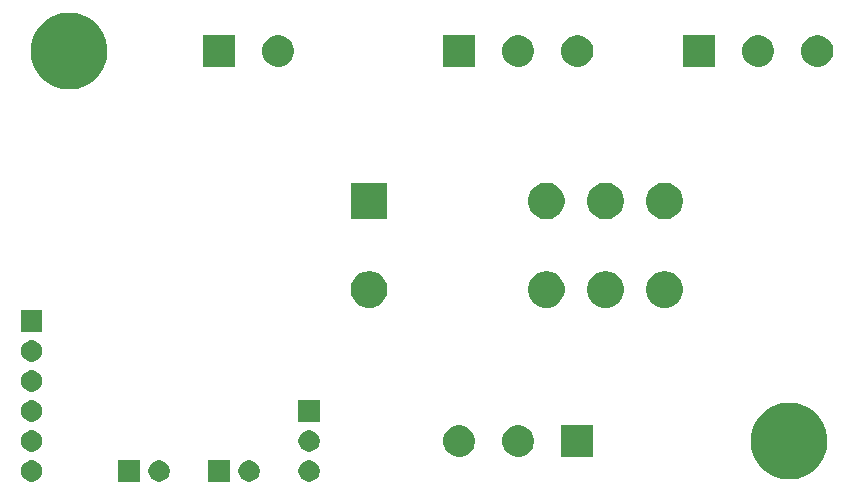
<source format=gbr>
G04 #@! TF.GenerationSoftware,KiCad,Pcbnew,(5.1.5)-3*
G04 #@! TF.CreationDate,2020-09-19T18:20:04+02:00*
G04 #@! TF.ProjectId,PedalCtrl,50656461-6c43-4747-926c-2e6b69636164,v0.0*
G04 #@! TF.SameCoordinates,Original*
G04 #@! TF.FileFunction,Soldermask,Bot*
G04 #@! TF.FilePolarity,Negative*
%FSLAX46Y46*%
G04 Gerber Fmt 4.6, Leading zero omitted, Abs format (unit mm)*
G04 Created by KiCad (PCBNEW (5.1.5)-3) date 2020-09-19 18:20:04*
%MOMM*%
%LPD*%
G04 APERTURE LIST*
%ADD10C,0.100000*%
G04 APERTURE END LIST*
D10*
G36*
X181241000Y-61861000D02*
G01*
X179439000Y-61861000D01*
X179439000Y-60059000D01*
X181241000Y-60059000D01*
X181241000Y-61861000D01*
G37*
G36*
X175373512Y-60063927D02*
G01*
X175522812Y-60093624D01*
X175686784Y-60161544D01*
X175834354Y-60260147D01*
X175959853Y-60385646D01*
X176058456Y-60533216D01*
X176126376Y-60697188D01*
X176161000Y-60871259D01*
X176161000Y-61048741D01*
X176126376Y-61222812D01*
X176058456Y-61386784D01*
X175959853Y-61534354D01*
X175834354Y-61659853D01*
X175686784Y-61758456D01*
X175522812Y-61826376D01*
X175373512Y-61856073D01*
X175348742Y-61861000D01*
X175171258Y-61861000D01*
X175146488Y-61856073D01*
X174997188Y-61826376D01*
X174833216Y-61758456D01*
X174685646Y-61659853D01*
X174560147Y-61534354D01*
X174461544Y-61386784D01*
X174393624Y-61222812D01*
X174359000Y-61048741D01*
X174359000Y-60871259D01*
X174393624Y-60697188D01*
X174461544Y-60533216D01*
X174560147Y-60385646D01*
X174685646Y-60260147D01*
X174833216Y-60161544D01*
X174997188Y-60093624D01*
X175146488Y-60063927D01*
X175171258Y-60059000D01*
X175348742Y-60059000D01*
X175373512Y-60063927D01*
G37*
G36*
X173621000Y-61861000D02*
G01*
X171819000Y-61861000D01*
X171819000Y-60059000D01*
X173621000Y-60059000D01*
X173621000Y-61861000D01*
G37*
G36*
X164578512Y-60063927D02*
G01*
X164727812Y-60093624D01*
X164891784Y-60161544D01*
X165039354Y-60260147D01*
X165164853Y-60385646D01*
X165263456Y-60533216D01*
X165331376Y-60697188D01*
X165366000Y-60871259D01*
X165366000Y-61048741D01*
X165331376Y-61222812D01*
X165263456Y-61386784D01*
X165164853Y-61534354D01*
X165039354Y-61659853D01*
X164891784Y-61758456D01*
X164727812Y-61826376D01*
X164578512Y-61856073D01*
X164553742Y-61861000D01*
X164376258Y-61861000D01*
X164351488Y-61856073D01*
X164202188Y-61826376D01*
X164038216Y-61758456D01*
X163890646Y-61659853D01*
X163765147Y-61534354D01*
X163666544Y-61386784D01*
X163598624Y-61222812D01*
X163564000Y-61048741D01*
X163564000Y-60871259D01*
X163598624Y-60697188D01*
X163666544Y-60533216D01*
X163765147Y-60385646D01*
X163890646Y-60260147D01*
X164038216Y-60161544D01*
X164202188Y-60093624D01*
X164351488Y-60063927D01*
X164376258Y-60059000D01*
X164553742Y-60059000D01*
X164578512Y-60063927D01*
G37*
G36*
X188073512Y-60063927D02*
G01*
X188222812Y-60093624D01*
X188386784Y-60161544D01*
X188534354Y-60260147D01*
X188659853Y-60385646D01*
X188758456Y-60533216D01*
X188826376Y-60697188D01*
X188861000Y-60871259D01*
X188861000Y-61048741D01*
X188826376Y-61222812D01*
X188758456Y-61386784D01*
X188659853Y-61534354D01*
X188534354Y-61659853D01*
X188386784Y-61758456D01*
X188222812Y-61826376D01*
X188073512Y-61856073D01*
X188048742Y-61861000D01*
X187871258Y-61861000D01*
X187846488Y-61856073D01*
X187697188Y-61826376D01*
X187533216Y-61758456D01*
X187385646Y-61659853D01*
X187260147Y-61534354D01*
X187161544Y-61386784D01*
X187093624Y-61222812D01*
X187059000Y-61048741D01*
X187059000Y-60871259D01*
X187093624Y-60697188D01*
X187161544Y-60533216D01*
X187260147Y-60385646D01*
X187385646Y-60260147D01*
X187533216Y-60161544D01*
X187697188Y-60093624D01*
X187846488Y-60063927D01*
X187871258Y-60059000D01*
X188048742Y-60059000D01*
X188073512Y-60063927D01*
G37*
G36*
X182993512Y-60063927D02*
G01*
X183142812Y-60093624D01*
X183306784Y-60161544D01*
X183454354Y-60260147D01*
X183579853Y-60385646D01*
X183678456Y-60533216D01*
X183746376Y-60697188D01*
X183781000Y-60871259D01*
X183781000Y-61048741D01*
X183746376Y-61222812D01*
X183678456Y-61386784D01*
X183579853Y-61534354D01*
X183454354Y-61659853D01*
X183306784Y-61758456D01*
X183142812Y-61826376D01*
X182993512Y-61856073D01*
X182968742Y-61861000D01*
X182791258Y-61861000D01*
X182766488Y-61856073D01*
X182617188Y-61826376D01*
X182453216Y-61758456D01*
X182305646Y-61659853D01*
X182180147Y-61534354D01*
X182081544Y-61386784D01*
X182013624Y-61222812D01*
X181979000Y-61048741D01*
X181979000Y-60871259D01*
X182013624Y-60697188D01*
X182081544Y-60533216D01*
X182180147Y-60385646D01*
X182305646Y-60260147D01*
X182453216Y-60161544D01*
X182617188Y-60093624D01*
X182766488Y-60063927D01*
X182791258Y-60059000D01*
X182968742Y-60059000D01*
X182993512Y-60063927D01*
G37*
G36*
X229234239Y-55231467D02*
G01*
X229548282Y-55293934D01*
X230139926Y-55539001D01*
X230672392Y-55894784D01*
X231125216Y-56347608D01*
X231480999Y-56880074D01*
X231726066Y-57471718D01*
X231726066Y-57471719D01*
X231851000Y-58099803D01*
X231851000Y-58740197D01*
X231800445Y-58994353D01*
X231726066Y-59368282D01*
X231480999Y-59959926D01*
X231125216Y-60492392D01*
X230672392Y-60945216D01*
X230139926Y-61300999D01*
X229548282Y-61546066D01*
X229234239Y-61608533D01*
X228920197Y-61671000D01*
X228279803Y-61671000D01*
X227965761Y-61608533D01*
X227651718Y-61546066D01*
X227060074Y-61300999D01*
X226527608Y-60945216D01*
X226074784Y-60492392D01*
X225719001Y-59959926D01*
X225473934Y-59368282D01*
X225399555Y-58994353D01*
X225349000Y-58740197D01*
X225349000Y-58099803D01*
X225473934Y-57471719D01*
X225473934Y-57471718D01*
X225719001Y-56880074D01*
X226074784Y-56347608D01*
X226527608Y-55894784D01*
X227060074Y-55539001D01*
X227651718Y-55293934D01*
X227965761Y-55231467D01*
X228279803Y-55169000D01*
X228920197Y-55169000D01*
X229234239Y-55231467D01*
G37*
G36*
X201054072Y-57120918D02*
G01*
X201299939Y-57222759D01*
X201411328Y-57297187D01*
X201521211Y-57370609D01*
X201709391Y-57558789D01*
X201857242Y-57780063D01*
X201959082Y-58025928D01*
X202011000Y-58286937D01*
X202011000Y-58553063D01*
X201959082Y-58814072D01*
X201884408Y-58994353D01*
X201857241Y-59059939D01*
X201709390Y-59281212D01*
X201521212Y-59469390D01*
X201299939Y-59617241D01*
X201299938Y-59617242D01*
X201299937Y-59617242D01*
X201054072Y-59719082D01*
X200793063Y-59771000D01*
X200526937Y-59771000D01*
X200265928Y-59719082D01*
X200020063Y-59617242D01*
X200020062Y-59617242D01*
X200020061Y-59617241D01*
X199798788Y-59469390D01*
X199610610Y-59281212D01*
X199462759Y-59059939D01*
X199435593Y-58994353D01*
X199360918Y-58814072D01*
X199309000Y-58553063D01*
X199309000Y-58286937D01*
X199360918Y-58025928D01*
X199462758Y-57780063D01*
X199610609Y-57558789D01*
X199798789Y-57370609D01*
X199908672Y-57297187D01*
X200020061Y-57222759D01*
X200265928Y-57120918D01*
X200526937Y-57069000D01*
X200793063Y-57069000D01*
X201054072Y-57120918D01*
G37*
G36*
X206054072Y-57120918D02*
G01*
X206299939Y-57222759D01*
X206411328Y-57297187D01*
X206521211Y-57370609D01*
X206709391Y-57558789D01*
X206857242Y-57780063D01*
X206959082Y-58025928D01*
X207011000Y-58286937D01*
X207011000Y-58553063D01*
X206959082Y-58814072D01*
X206884408Y-58994353D01*
X206857241Y-59059939D01*
X206709390Y-59281212D01*
X206521212Y-59469390D01*
X206299939Y-59617241D01*
X206299938Y-59617242D01*
X206299937Y-59617242D01*
X206054072Y-59719082D01*
X205793063Y-59771000D01*
X205526937Y-59771000D01*
X205265928Y-59719082D01*
X205020063Y-59617242D01*
X205020062Y-59617242D01*
X205020061Y-59617241D01*
X204798788Y-59469390D01*
X204610610Y-59281212D01*
X204462759Y-59059939D01*
X204435593Y-58994353D01*
X204360918Y-58814072D01*
X204309000Y-58553063D01*
X204309000Y-58286937D01*
X204360918Y-58025928D01*
X204462758Y-57780063D01*
X204610609Y-57558789D01*
X204798789Y-57370609D01*
X204908672Y-57297187D01*
X205020061Y-57222759D01*
X205265928Y-57120918D01*
X205526937Y-57069000D01*
X205793063Y-57069000D01*
X206054072Y-57120918D01*
G37*
G36*
X212011000Y-59771000D02*
G01*
X209309000Y-59771000D01*
X209309000Y-57069000D01*
X212011000Y-57069000D01*
X212011000Y-59771000D01*
G37*
G36*
X164578512Y-57523927D02*
G01*
X164727812Y-57553624D01*
X164891784Y-57621544D01*
X165039354Y-57720147D01*
X165164853Y-57845646D01*
X165263456Y-57993216D01*
X165331376Y-58157188D01*
X165366000Y-58331259D01*
X165366000Y-58508741D01*
X165331376Y-58682812D01*
X165263456Y-58846784D01*
X165164853Y-58994354D01*
X165039354Y-59119853D01*
X164891784Y-59218456D01*
X164727812Y-59286376D01*
X164578512Y-59316073D01*
X164553742Y-59321000D01*
X164376258Y-59321000D01*
X164351488Y-59316073D01*
X164202188Y-59286376D01*
X164038216Y-59218456D01*
X163890646Y-59119853D01*
X163765147Y-58994354D01*
X163666544Y-58846784D01*
X163598624Y-58682812D01*
X163564000Y-58508741D01*
X163564000Y-58331259D01*
X163598624Y-58157188D01*
X163666544Y-57993216D01*
X163765147Y-57845646D01*
X163890646Y-57720147D01*
X164038216Y-57621544D01*
X164202188Y-57553624D01*
X164351488Y-57523927D01*
X164376258Y-57519000D01*
X164553742Y-57519000D01*
X164578512Y-57523927D01*
G37*
G36*
X188073512Y-57523927D02*
G01*
X188222812Y-57553624D01*
X188386784Y-57621544D01*
X188534354Y-57720147D01*
X188659853Y-57845646D01*
X188758456Y-57993216D01*
X188826376Y-58157188D01*
X188861000Y-58331259D01*
X188861000Y-58508741D01*
X188826376Y-58682812D01*
X188758456Y-58846784D01*
X188659853Y-58994354D01*
X188534354Y-59119853D01*
X188386784Y-59218456D01*
X188222812Y-59286376D01*
X188073512Y-59316073D01*
X188048742Y-59321000D01*
X187871258Y-59321000D01*
X187846488Y-59316073D01*
X187697188Y-59286376D01*
X187533216Y-59218456D01*
X187385646Y-59119853D01*
X187260147Y-58994354D01*
X187161544Y-58846784D01*
X187093624Y-58682812D01*
X187059000Y-58508741D01*
X187059000Y-58331259D01*
X187093624Y-58157188D01*
X187161544Y-57993216D01*
X187260147Y-57845646D01*
X187385646Y-57720147D01*
X187533216Y-57621544D01*
X187697188Y-57553624D01*
X187846488Y-57523927D01*
X187871258Y-57519000D01*
X188048742Y-57519000D01*
X188073512Y-57523927D01*
G37*
G36*
X164578512Y-54983927D02*
G01*
X164727812Y-55013624D01*
X164891784Y-55081544D01*
X165039354Y-55180147D01*
X165164853Y-55305646D01*
X165263456Y-55453216D01*
X165331376Y-55617188D01*
X165366000Y-55791259D01*
X165366000Y-55968741D01*
X165331376Y-56142812D01*
X165263456Y-56306784D01*
X165164853Y-56454354D01*
X165039354Y-56579853D01*
X164891784Y-56678456D01*
X164727812Y-56746376D01*
X164578512Y-56776073D01*
X164553742Y-56781000D01*
X164376258Y-56781000D01*
X164351488Y-56776073D01*
X164202188Y-56746376D01*
X164038216Y-56678456D01*
X163890646Y-56579853D01*
X163765147Y-56454354D01*
X163666544Y-56306784D01*
X163598624Y-56142812D01*
X163564000Y-55968741D01*
X163564000Y-55791259D01*
X163598624Y-55617188D01*
X163666544Y-55453216D01*
X163765147Y-55305646D01*
X163890646Y-55180147D01*
X164038216Y-55081544D01*
X164202188Y-55013624D01*
X164351488Y-54983927D01*
X164376258Y-54979000D01*
X164553742Y-54979000D01*
X164578512Y-54983927D01*
G37*
G36*
X188861000Y-56781000D02*
G01*
X187059000Y-56781000D01*
X187059000Y-54979000D01*
X188861000Y-54979000D01*
X188861000Y-56781000D01*
G37*
G36*
X164578512Y-52443927D02*
G01*
X164727812Y-52473624D01*
X164891784Y-52541544D01*
X165039354Y-52640147D01*
X165164853Y-52765646D01*
X165263456Y-52913216D01*
X165331376Y-53077188D01*
X165366000Y-53251259D01*
X165366000Y-53428741D01*
X165331376Y-53602812D01*
X165263456Y-53766784D01*
X165164853Y-53914354D01*
X165039354Y-54039853D01*
X164891784Y-54138456D01*
X164727812Y-54206376D01*
X164578512Y-54236073D01*
X164553742Y-54241000D01*
X164376258Y-54241000D01*
X164351488Y-54236073D01*
X164202188Y-54206376D01*
X164038216Y-54138456D01*
X163890646Y-54039853D01*
X163765147Y-53914354D01*
X163666544Y-53766784D01*
X163598624Y-53602812D01*
X163564000Y-53428741D01*
X163564000Y-53251259D01*
X163598624Y-53077188D01*
X163666544Y-52913216D01*
X163765147Y-52765646D01*
X163890646Y-52640147D01*
X164038216Y-52541544D01*
X164202188Y-52473624D01*
X164351488Y-52443927D01*
X164376258Y-52439000D01*
X164553742Y-52439000D01*
X164578512Y-52443927D01*
G37*
G36*
X164578512Y-49903927D02*
G01*
X164727812Y-49933624D01*
X164891784Y-50001544D01*
X165039354Y-50100147D01*
X165164853Y-50225646D01*
X165263456Y-50373216D01*
X165331376Y-50537188D01*
X165366000Y-50711259D01*
X165366000Y-50888741D01*
X165331376Y-51062812D01*
X165263456Y-51226784D01*
X165164853Y-51374354D01*
X165039354Y-51499853D01*
X164891784Y-51598456D01*
X164727812Y-51666376D01*
X164578512Y-51696073D01*
X164553742Y-51701000D01*
X164376258Y-51701000D01*
X164351488Y-51696073D01*
X164202188Y-51666376D01*
X164038216Y-51598456D01*
X163890646Y-51499853D01*
X163765147Y-51374354D01*
X163666544Y-51226784D01*
X163598624Y-51062812D01*
X163564000Y-50888741D01*
X163564000Y-50711259D01*
X163598624Y-50537188D01*
X163666544Y-50373216D01*
X163765147Y-50225646D01*
X163890646Y-50100147D01*
X164038216Y-50001544D01*
X164202188Y-49933624D01*
X164351488Y-49903927D01*
X164376258Y-49899000D01*
X164553742Y-49899000D01*
X164578512Y-49903927D01*
G37*
G36*
X165366000Y-49161000D02*
G01*
X163564000Y-49161000D01*
X163564000Y-47359000D01*
X165366000Y-47359000D01*
X165366000Y-49161000D01*
G37*
G36*
X213342585Y-44078802D02*
G01*
X213492410Y-44108604D01*
X213774674Y-44225521D01*
X214028705Y-44395259D01*
X214244741Y-44611295D01*
X214414479Y-44865326D01*
X214531396Y-45147590D01*
X214591000Y-45447240D01*
X214591000Y-45752760D01*
X214531396Y-46052410D01*
X214414479Y-46334674D01*
X214244741Y-46588705D01*
X214028705Y-46804741D01*
X213774674Y-46974479D01*
X213492410Y-47091396D01*
X213342585Y-47121198D01*
X213192761Y-47151000D01*
X212887239Y-47151000D01*
X212737415Y-47121198D01*
X212587590Y-47091396D01*
X212305326Y-46974479D01*
X212051295Y-46804741D01*
X211835259Y-46588705D01*
X211665521Y-46334674D01*
X211548604Y-46052410D01*
X211489000Y-45752760D01*
X211489000Y-45447240D01*
X211548604Y-45147590D01*
X211665521Y-44865326D01*
X211835259Y-44611295D01*
X212051295Y-44395259D01*
X212305326Y-44225521D01*
X212587590Y-44108604D01*
X212737415Y-44078802D01*
X212887239Y-44049000D01*
X213192761Y-44049000D01*
X213342585Y-44078802D01*
G37*
G36*
X193342585Y-44078802D02*
G01*
X193492410Y-44108604D01*
X193774674Y-44225521D01*
X194028705Y-44395259D01*
X194244741Y-44611295D01*
X194414479Y-44865326D01*
X194531396Y-45147590D01*
X194591000Y-45447240D01*
X194591000Y-45752760D01*
X194531396Y-46052410D01*
X194414479Y-46334674D01*
X194244741Y-46588705D01*
X194028705Y-46804741D01*
X193774674Y-46974479D01*
X193492410Y-47091396D01*
X193342585Y-47121198D01*
X193192761Y-47151000D01*
X192887239Y-47151000D01*
X192737415Y-47121198D01*
X192587590Y-47091396D01*
X192305326Y-46974479D01*
X192051295Y-46804741D01*
X191835259Y-46588705D01*
X191665521Y-46334674D01*
X191548604Y-46052410D01*
X191489000Y-45752760D01*
X191489000Y-45447240D01*
X191548604Y-45147590D01*
X191665521Y-44865326D01*
X191835259Y-44611295D01*
X192051295Y-44395259D01*
X192305326Y-44225521D01*
X192587590Y-44108604D01*
X192737415Y-44078802D01*
X192887239Y-44049000D01*
X193192761Y-44049000D01*
X193342585Y-44078802D01*
G37*
G36*
X208342585Y-44078802D02*
G01*
X208492410Y-44108604D01*
X208774674Y-44225521D01*
X209028705Y-44395259D01*
X209244741Y-44611295D01*
X209414479Y-44865326D01*
X209531396Y-45147590D01*
X209591000Y-45447240D01*
X209591000Y-45752760D01*
X209531396Y-46052410D01*
X209414479Y-46334674D01*
X209244741Y-46588705D01*
X209028705Y-46804741D01*
X208774674Y-46974479D01*
X208492410Y-47091396D01*
X208342585Y-47121198D01*
X208192761Y-47151000D01*
X207887239Y-47151000D01*
X207737415Y-47121198D01*
X207587590Y-47091396D01*
X207305326Y-46974479D01*
X207051295Y-46804741D01*
X206835259Y-46588705D01*
X206665521Y-46334674D01*
X206548604Y-46052410D01*
X206489000Y-45752760D01*
X206489000Y-45447240D01*
X206548604Y-45147590D01*
X206665521Y-44865326D01*
X206835259Y-44611295D01*
X207051295Y-44395259D01*
X207305326Y-44225521D01*
X207587590Y-44108604D01*
X207737415Y-44078802D01*
X207887239Y-44049000D01*
X208192761Y-44049000D01*
X208342585Y-44078802D01*
G37*
G36*
X218342585Y-44078802D02*
G01*
X218492410Y-44108604D01*
X218774674Y-44225521D01*
X219028705Y-44395259D01*
X219244741Y-44611295D01*
X219414479Y-44865326D01*
X219531396Y-45147590D01*
X219591000Y-45447240D01*
X219591000Y-45752760D01*
X219531396Y-46052410D01*
X219414479Y-46334674D01*
X219244741Y-46588705D01*
X219028705Y-46804741D01*
X218774674Y-46974479D01*
X218492410Y-47091396D01*
X218342585Y-47121198D01*
X218192761Y-47151000D01*
X217887239Y-47151000D01*
X217737415Y-47121198D01*
X217587590Y-47091396D01*
X217305326Y-46974479D01*
X217051295Y-46804741D01*
X216835259Y-46588705D01*
X216665521Y-46334674D01*
X216548604Y-46052410D01*
X216489000Y-45752760D01*
X216489000Y-45447240D01*
X216548604Y-45147590D01*
X216665521Y-44865326D01*
X216835259Y-44611295D01*
X217051295Y-44395259D01*
X217305326Y-44225521D01*
X217587590Y-44108604D01*
X217737415Y-44078802D01*
X217887239Y-44049000D01*
X218192761Y-44049000D01*
X218342585Y-44078802D01*
G37*
G36*
X218342585Y-36578802D02*
G01*
X218492410Y-36608604D01*
X218774674Y-36725521D01*
X219028705Y-36895259D01*
X219244741Y-37111295D01*
X219414479Y-37365326D01*
X219531396Y-37647590D01*
X219591000Y-37947240D01*
X219591000Y-38252760D01*
X219531396Y-38552410D01*
X219414479Y-38834674D01*
X219244741Y-39088705D01*
X219028705Y-39304741D01*
X218774674Y-39474479D01*
X218492410Y-39591396D01*
X218342585Y-39621198D01*
X218192761Y-39651000D01*
X217887239Y-39651000D01*
X217737415Y-39621198D01*
X217587590Y-39591396D01*
X217305326Y-39474479D01*
X217051295Y-39304741D01*
X216835259Y-39088705D01*
X216665521Y-38834674D01*
X216548604Y-38552410D01*
X216489000Y-38252760D01*
X216489000Y-37947240D01*
X216548604Y-37647590D01*
X216665521Y-37365326D01*
X216835259Y-37111295D01*
X217051295Y-36895259D01*
X217305326Y-36725521D01*
X217587590Y-36608604D01*
X217737415Y-36578802D01*
X217887239Y-36549000D01*
X218192761Y-36549000D01*
X218342585Y-36578802D01*
G37*
G36*
X208342585Y-36578802D02*
G01*
X208492410Y-36608604D01*
X208774674Y-36725521D01*
X209028705Y-36895259D01*
X209244741Y-37111295D01*
X209414479Y-37365326D01*
X209531396Y-37647590D01*
X209591000Y-37947240D01*
X209591000Y-38252760D01*
X209531396Y-38552410D01*
X209414479Y-38834674D01*
X209244741Y-39088705D01*
X209028705Y-39304741D01*
X208774674Y-39474479D01*
X208492410Y-39591396D01*
X208342585Y-39621198D01*
X208192761Y-39651000D01*
X207887239Y-39651000D01*
X207737415Y-39621198D01*
X207587590Y-39591396D01*
X207305326Y-39474479D01*
X207051295Y-39304741D01*
X206835259Y-39088705D01*
X206665521Y-38834674D01*
X206548604Y-38552410D01*
X206489000Y-38252760D01*
X206489000Y-37947240D01*
X206548604Y-37647590D01*
X206665521Y-37365326D01*
X206835259Y-37111295D01*
X207051295Y-36895259D01*
X207305326Y-36725521D01*
X207587590Y-36608604D01*
X207737415Y-36578802D01*
X207887239Y-36549000D01*
X208192761Y-36549000D01*
X208342585Y-36578802D01*
G37*
G36*
X213342585Y-36578802D02*
G01*
X213492410Y-36608604D01*
X213774674Y-36725521D01*
X214028705Y-36895259D01*
X214244741Y-37111295D01*
X214414479Y-37365326D01*
X214531396Y-37647590D01*
X214591000Y-37947240D01*
X214591000Y-38252760D01*
X214531396Y-38552410D01*
X214414479Y-38834674D01*
X214244741Y-39088705D01*
X214028705Y-39304741D01*
X213774674Y-39474479D01*
X213492410Y-39591396D01*
X213342585Y-39621198D01*
X213192761Y-39651000D01*
X212887239Y-39651000D01*
X212737415Y-39621198D01*
X212587590Y-39591396D01*
X212305326Y-39474479D01*
X212051295Y-39304741D01*
X211835259Y-39088705D01*
X211665521Y-38834674D01*
X211548604Y-38552410D01*
X211489000Y-38252760D01*
X211489000Y-37947240D01*
X211548604Y-37647590D01*
X211665521Y-37365326D01*
X211835259Y-37111295D01*
X212051295Y-36895259D01*
X212305326Y-36725521D01*
X212587590Y-36608604D01*
X212737415Y-36578802D01*
X212887239Y-36549000D01*
X213192761Y-36549000D01*
X213342585Y-36578802D01*
G37*
G36*
X194591000Y-39651000D02*
G01*
X191489000Y-39651000D01*
X191489000Y-36549000D01*
X194591000Y-36549000D01*
X194591000Y-39651000D01*
G37*
G36*
X168274239Y-22211467D02*
G01*
X168588282Y-22273934D01*
X169179926Y-22519001D01*
X169712392Y-22874784D01*
X170165216Y-23327608D01*
X170520999Y-23860074D01*
X170766066Y-24451718D01*
X170766066Y-24451719D01*
X170891000Y-25079803D01*
X170891000Y-25720197D01*
X170828533Y-26034239D01*
X170766066Y-26348282D01*
X170520999Y-26939926D01*
X170165216Y-27472392D01*
X169712392Y-27925216D01*
X169179926Y-28280999D01*
X168588282Y-28526066D01*
X168274239Y-28588533D01*
X167960197Y-28651000D01*
X167319803Y-28651000D01*
X167005761Y-28588533D01*
X166691718Y-28526066D01*
X166100074Y-28280999D01*
X165567608Y-27925216D01*
X165114784Y-27472392D01*
X164759001Y-26939926D01*
X164513934Y-26348282D01*
X164451467Y-26034239D01*
X164389000Y-25720197D01*
X164389000Y-25079803D01*
X164513934Y-24451719D01*
X164513934Y-24451718D01*
X164759001Y-23860074D01*
X165114784Y-23327608D01*
X165567608Y-22874784D01*
X166100074Y-22519001D01*
X166691718Y-22273934D01*
X167005761Y-22211467D01*
X167319803Y-22149000D01*
X167960197Y-22149000D01*
X168274239Y-22211467D01*
G37*
G36*
X181691000Y-26751000D02*
G01*
X178989000Y-26751000D01*
X178989000Y-24049000D01*
X181691000Y-24049000D01*
X181691000Y-26751000D01*
G37*
G36*
X185734072Y-24100918D02*
G01*
X185979939Y-24202759D01*
X186201212Y-24350610D01*
X186389390Y-24538788D01*
X186537241Y-24760061D01*
X186639082Y-25005928D01*
X186691000Y-25266938D01*
X186691000Y-25533062D01*
X186639082Y-25794072D01*
X186537241Y-26039939D01*
X186389390Y-26261212D01*
X186201212Y-26449390D01*
X185979939Y-26597241D01*
X185979938Y-26597242D01*
X185979937Y-26597242D01*
X185734072Y-26699082D01*
X185473063Y-26751000D01*
X185206937Y-26751000D01*
X184945928Y-26699082D01*
X184700063Y-26597242D01*
X184700062Y-26597242D01*
X184700061Y-26597241D01*
X184478788Y-26449390D01*
X184290610Y-26261212D01*
X184142759Y-26039939D01*
X184040918Y-25794072D01*
X183989000Y-25533062D01*
X183989000Y-25266938D01*
X184040918Y-25005928D01*
X184142759Y-24760061D01*
X184290610Y-24538788D01*
X184478788Y-24350610D01*
X184700061Y-24202759D01*
X184945928Y-24100918D01*
X185206937Y-24049000D01*
X185473063Y-24049000D01*
X185734072Y-24100918D01*
G37*
G36*
X202011000Y-26751000D02*
G01*
X199309000Y-26751000D01*
X199309000Y-24049000D01*
X202011000Y-24049000D01*
X202011000Y-26751000D01*
G37*
G36*
X206054072Y-24100918D02*
G01*
X206299939Y-24202759D01*
X206521212Y-24350610D01*
X206709390Y-24538788D01*
X206857241Y-24760061D01*
X206959082Y-25005928D01*
X207011000Y-25266938D01*
X207011000Y-25533062D01*
X206959082Y-25794072D01*
X206857241Y-26039939D01*
X206709390Y-26261212D01*
X206521212Y-26449390D01*
X206299939Y-26597241D01*
X206299938Y-26597242D01*
X206299937Y-26597242D01*
X206054072Y-26699082D01*
X205793063Y-26751000D01*
X205526937Y-26751000D01*
X205265928Y-26699082D01*
X205020063Y-26597242D01*
X205020062Y-26597242D01*
X205020061Y-26597241D01*
X204798788Y-26449390D01*
X204610610Y-26261212D01*
X204462759Y-26039939D01*
X204360918Y-25794072D01*
X204309000Y-25533062D01*
X204309000Y-25266938D01*
X204360918Y-25005928D01*
X204462759Y-24760061D01*
X204610610Y-24538788D01*
X204798788Y-24350610D01*
X205020061Y-24202759D01*
X205265928Y-24100918D01*
X205526937Y-24049000D01*
X205793063Y-24049000D01*
X206054072Y-24100918D01*
G37*
G36*
X211054072Y-24100918D02*
G01*
X211299939Y-24202759D01*
X211521212Y-24350610D01*
X211709390Y-24538788D01*
X211857241Y-24760061D01*
X211959082Y-25005928D01*
X212011000Y-25266938D01*
X212011000Y-25533062D01*
X211959082Y-25794072D01*
X211857241Y-26039939D01*
X211709390Y-26261212D01*
X211521212Y-26449390D01*
X211299939Y-26597241D01*
X211299938Y-26597242D01*
X211299937Y-26597242D01*
X211054072Y-26699082D01*
X210793063Y-26751000D01*
X210526937Y-26751000D01*
X210265928Y-26699082D01*
X210020063Y-26597242D01*
X210020062Y-26597242D01*
X210020061Y-26597241D01*
X209798788Y-26449390D01*
X209610610Y-26261212D01*
X209462759Y-26039939D01*
X209360918Y-25794072D01*
X209309000Y-25533062D01*
X209309000Y-25266938D01*
X209360918Y-25005928D01*
X209462759Y-24760061D01*
X209610610Y-24538788D01*
X209798788Y-24350610D01*
X210020061Y-24202759D01*
X210265928Y-24100918D01*
X210526937Y-24049000D01*
X210793063Y-24049000D01*
X211054072Y-24100918D01*
G37*
G36*
X231374072Y-24100918D02*
G01*
X231619939Y-24202759D01*
X231841212Y-24350610D01*
X232029390Y-24538788D01*
X232177241Y-24760061D01*
X232279082Y-25005928D01*
X232331000Y-25266938D01*
X232331000Y-25533062D01*
X232279082Y-25794072D01*
X232177241Y-26039939D01*
X232029390Y-26261212D01*
X231841212Y-26449390D01*
X231619939Y-26597241D01*
X231619938Y-26597242D01*
X231619937Y-26597242D01*
X231374072Y-26699082D01*
X231113063Y-26751000D01*
X230846937Y-26751000D01*
X230585928Y-26699082D01*
X230340063Y-26597242D01*
X230340062Y-26597242D01*
X230340061Y-26597241D01*
X230118788Y-26449390D01*
X229930610Y-26261212D01*
X229782759Y-26039939D01*
X229680918Y-25794072D01*
X229629000Y-25533062D01*
X229629000Y-25266938D01*
X229680918Y-25005928D01*
X229782759Y-24760061D01*
X229930610Y-24538788D01*
X230118788Y-24350610D01*
X230340061Y-24202759D01*
X230585928Y-24100918D01*
X230846937Y-24049000D01*
X231113063Y-24049000D01*
X231374072Y-24100918D01*
G37*
G36*
X226374072Y-24100918D02*
G01*
X226619939Y-24202759D01*
X226841212Y-24350610D01*
X227029390Y-24538788D01*
X227177241Y-24760061D01*
X227279082Y-25005928D01*
X227331000Y-25266938D01*
X227331000Y-25533062D01*
X227279082Y-25794072D01*
X227177241Y-26039939D01*
X227029390Y-26261212D01*
X226841212Y-26449390D01*
X226619939Y-26597241D01*
X226619938Y-26597242D01*
X226619937Y-26597242D01*
X226374072Y-26699082D01*
X226113063Y-26751000D01*
X225846937Y-26751000D01*
X225585928Y-26699082D01*
X225340063Y-26597242D01*
X225340062Y-26597242D01*
X225340061Y-26597241D01*
X225118788Y-26449390D01*
X224930610Y-26261212D01*
X224782759Y-26039939D01*
X224680918Y-25794072D01*
X224629000Y-25533062D01*
X224629000Y-25266938D01*
X224680918Y-25005928D01*
X224782759Y-24760061D01*
X224930610Y-24538788D01*
X225118788Y-24350610D01*
X225340061Y-24202759D01*
X225585928Y-24100918D01*
X225846937Y-24049000D01*
X226113063Y-24049000D01*
X226374072Y-24100918D01*
G37*
G36*
X222331000Y-26751000D02*
G01*
X219629000Y-26751000D01*
X219629000Y-24049000D01*
X222331000Y-24049000D01*
X222331000Y-26751000D01*
G37*
M02*

</source>
